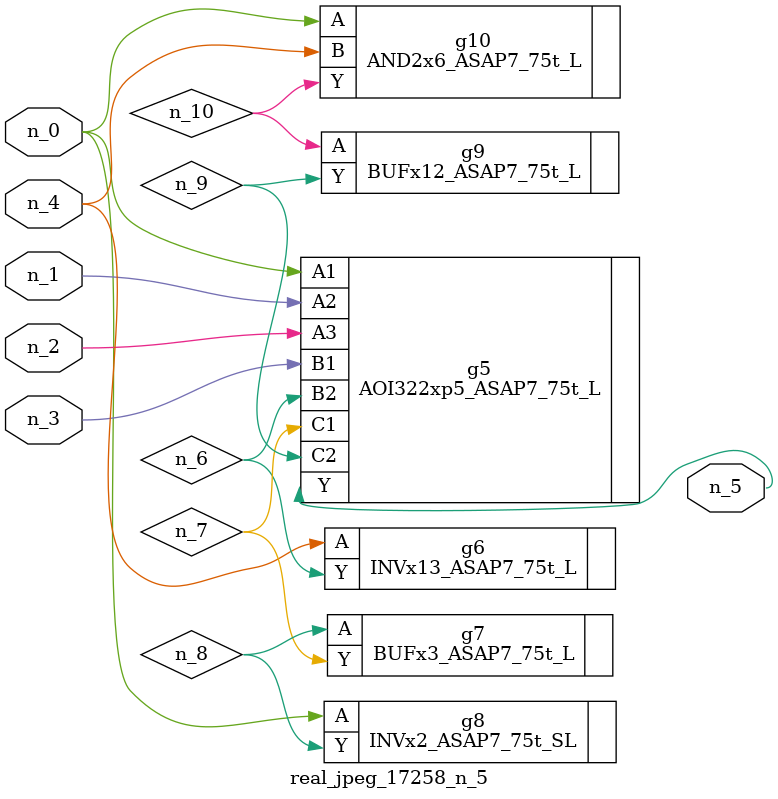
<source format=v>
module real_jpeg_17258_n_5 (n_4, n_0, n_1, n_2, n_3, n_5);

input n_4;
input n_0;
input n_1;
input n_2;
input n_3;

output n_5;

wire n_8;
wire n_6;
wire n_7;
wire n_10;
wire n_9;

AOI322xp5_ASAP7_75t_L g5 ( 
.A1(n_0),
.A2(n_1),
.A3(n_2),
.B1(n_3),
.B2(n_6),
.C1(n_7),
.C2(n_9),
.Y(n_5)
);

INVx2_ASAP7_75t_SL g8 ( 
.A(n_0),
.Y(n_8)
);

AND2x6_ASAP7_75t_L g10 ( 
.A(n_0),
.B(n_4),
.Y(n_10)
);

INVx13_ASAP7_75t_L g6 ( 
.A(n_4),
.Y(n_6)
);

BUFx3_ASAP7_75t_L g7 ( 
.A(n_8),
.Y(n_7)
);

BUFx12_ASAP7_75t_L g9 ( 
.A(n_10),
.Y(n_9)
);


endmodule
</source>
